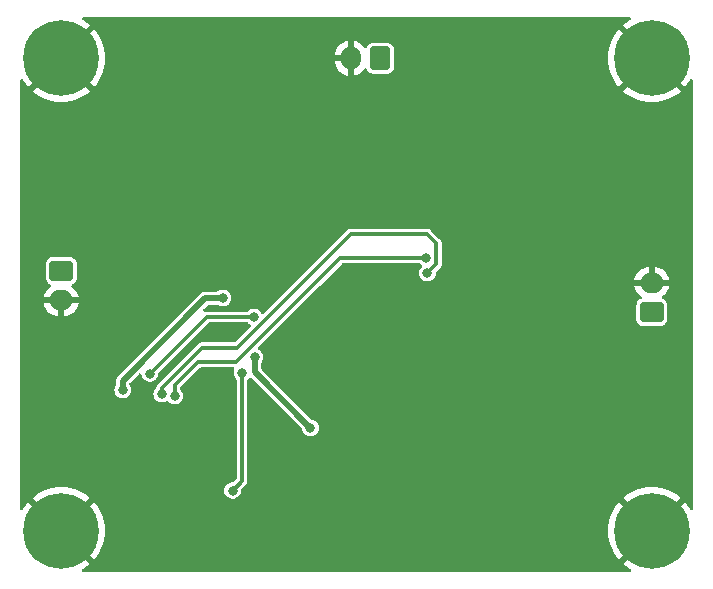
<source format=gbr>
%TF.GenerationSoftware,KiCad,Pcbnew,7.0.10-7.0.10~ubuntu22.04.1*%
%TF.CreationDate,2024-02-27T10:58:37+01:00*%
%TF.ProjectId,KiCAD,4b694341-442e-46b6-9963-61645f706362,rev?*%
%TF.SameCoordinates,Original*%
%TF.FileFunction,Copper,L2,Bot*%
%TF.FilePolarity,Positive*%
%FSLAX46Y46*%
G04 Gerber Fmt 4.6, Leading zero omitted, Abs format (unit mm)*
G04 Created by KiCad (PCBNEW 7.0.10-7.0.10~ubuntu22.04.1) date 2024-02-27 10:58:37*
%MOMM*%
%LPD*%
G01*
G04 APERTURE LIST*
G04 Aperture macros list*
%AMRoundRect*
0 Rectangle with rounded corners*
0 $1 Rounding radius*
0 $2 $3 $4 $5 $6 $7 $8 $9 X,Y pos of 4 corners*
0 Add a 4 corners polygon primitive as box body*
4,1,4,$2,$3,$4,$5,$6,$7,$8,$9,$2,$3,0*
0 Add four circle primitives for the rounded corners*
1,1,$1+$1,$2,$3*
1,1,$1+$1,$4,$5*
1,1,$1+$1,$6,$7*
1,1,$1+$1,$8,$9*
0 Add four rect primitives between the rounded corners*
20,1,$1+$1,$2,$3,$4,$5,0*
20,1,$1+$1,$4,$5,$6,$7,0*
20,1,$1+$1,$6,$7,$8,$9,0*
20,1,$1+$1,$8,$9,$2,$3,0*%
G04 Aperture macros list end*
%TA.AperFunction,ComponentPad*%
%ADD10C,6.400000*%
%TD*%
%TA.AperFunction,ComponentPad*%
%ADD11RoundRect,0.250000X-0.750000X0.600000X-0.750000X-0.600000X0.750000X-0.600000X0.750000X0.600000X0*%
%TD*%
%TA.AperFunction,ComponentPad*%
%ADD12O,2.000000X1.700000*%
%TD*%
%TA.AperFunction,ComponentPad*%
%ADD13RoundRect,0.250000X0.750000X-0.600000X0.750000X0.600000X-0.750000X0.600000X-0.750000X-0.600000X0*%
%TD*%
%TA.AperFunction,ComponentPad*%
%ADD14RoundRect,0.250000X0.600000X0.750000X-0.600000X0.750000X-0.600000X-0.750000X0.600000X-0.750000X0*%
%TD*%
%TA.AperFunction,ComponentPad*%
%ADD15O,1.700000X2.000000*%
%TD*%
%TA.AperFunction,ViaPad*%
%ADD16C,0.800000*%
%TD*%
%TA.AperFunction,Conductor*%
%ADD17C,0.300000*%
%TD*%
%TA.AperFunction,Conductor*%
%ADD18C,0.500000*%
%TD*%
G04 APERTURE END LIST*
D10*
%TO.P,H1,1,1*%
%TO.N,GND*%
X80000000Y-40000000D03*
%TD*%
%TO.P,H4,1,1*%
%TO.N,GND*%
X130000000Y-80000000D03*
%TD*%
D11*
%TO.P,J3,1,Pin_1*%
%TO.N,ADC_IN1*%
X80000000Y-58000000D03*
D12*
%TO.P,J3,2,Pin_2*%
%TO.N,GND*%
X80000000Y-60500000D03*
%TD*%
D13*
%TO.P,J4,1,Pin_1*%
%TO.N,DAC_OUT*%
X130000000Y-61500000D03*
D12*
%TO.P,J4,2,Pin_2*%
%TO.N,GND*%
X130000000Y-59000000D03*
%TD*%
D14*
%TO.P,J2,1,Pin_1*%
%TO.N,+5V*%
X107000000Y-40000000D03*
D15*
%TO.P,J2,2,Pin_2*%
%TO.N,GND*%
X104500000Y-40000000D03*
%TD*%
D10*
%TO.P,H2,1,1*%
%TO.N,GND*%
X80000000Y-80000000D03*
%TD*%
%TO.P,H3,1,1*%
%TO.N,GND*%
X130000000Y-40000000D03*
%TD*%
D16*
%TO.N,GND*%
X99100000Y-58600000D03*
%TO.N,+3.3V*%
X93700000Y-60300000D03*
X85200000Y-68100000D03*
%TO.N,NRST*%
X96300000Y-61900000D03*
X87498959Y-66701041D03*
%TO.N,SWCLK*%
X110900000Y-56900000D03*
%TO.N,SWDIO*%
X111000000Y-58200000D03*
X88512155Y-68436912D03*
%TO.N,SWCLK*%
X89600000Y-68600000D03*
%TO.N,USART2_RX*%
X94500000Y-76600000D03*
X95300000Y-66650000D03*
%TO.N,+3.3VA*%
X101100000Y-71300000D03*
X96400000Y-65300000D03*
%TD*%
D17*
%TO.N,SWDIO*%
X111000000Y-58200000D02*
X111750000Y-57450000D01*
X94902082Y-64500000D02*
X91951472Y-64500000D01*
X91951472Y-64500000D02*
X88512155Y-67939317D01*
X111750000Y-57450000D02*
X111750000Y-55650000D01*
X104502082Y-54900000D02*
X94902082Y-64500000D01*
X88512155Y-67939317D02*
X88512155Y-68436912D01*
X111750000Y-55650000D02*
X111000000Y-54900000D01*
X111000000Y-54900000D02*
X104502082Y-54900000D01*
D18*
%TO.N,+3.3V*%
X92200000Y-60300000D02*
X93700000Y-60300000D01*
X85200000Y-68100000D02*
X85200000Y-67300000D01*
X85200000Y-67300000D02*
X92200000Y-60300000D01*
D17*
%TO.N,SWCLK*%
X110900000Y-56900000D02*
X103600000Y-56900000D01*
X103600000Y-56900000D02*
X96050000Y-64450000D01*
X96050000Y-64450000D02*
X96047918Y-64450000D01*
X96047918Y-64450000D02*
X95550000Y-64947918D01*
X94800000Y-65700000D02*
X91600000Y-65700000D01*
X95550000Y-64947918D02*
X95550000Y-64950000D01*
X95550000Y-64950000D02*
X94800000Y-65700000D01*
X91600000Y-65700000D02*
X89600000Y-67700000D01*
X89600000Y-67700000D02*
X89600000Y-68600000D01*
%TO.N,NRST*%
X92300000Y-61900000D02*
X96300000Y-61900000D01*
X87498959Y-66701041D02*
X92300000Y-61900000D01*
%TO.N,USART2_RX*%
X95300000Y-75800000D02*
X94500000Y-76600000D01*
X95300000Y-66650000D02*
X95300000Y-75800000D01*
D18*
%TO.N,+3.3VA*%
X96400000Y-66600000D02*
X101100000Y-71300000D01*
X96400000Y-65300000D02*
X96400000Y-66600000D01*
%TD*%
%TA.AperFunction,Conductor*%
%TO.N,GND*%
G36*
X128172074Y-36520462D02*
G01*
X128226612Y-36575000D01*
X128246574Y-36649500D01*
X128226612Y-36724000D01*
X128172074Y-36778538D01*
X128165217Y-36782261D01*
X128147466Y-36791304D01*
X128147454Y-36791311D01*
X127822210Y-37002528D01*
X127564649Y-37211095D01*
X127564648Y-37211095D01*
X129055819Y-38702266D01*
X128865130Y-38865130D01*
X128702266Y-39055819D01*
X127211095Y-37564648D01*
X127211095Y-37564649D01*
X127002528Y-37822210D01*
X126791311Y-38147454D01*
X126791300Y-38147474D01*
X126615248Y-38492998D01*
X126615237Y-38493022D01*
X126476266Y-38855052D01*
X126476259Y-38855072D01*
X126375889Y-39229661D01*
X126375888Y-39229664D01*
X126315218Y-39612719D01*
X126294922Y-40000000D01*
X126315218Y-40387280D01*
X126375888Y-40770335D01*
X126375889Y-40770338D01*
X126476259Y-41144927D01*
X126476266Y-41144947D01*
X126615237Y-41506977D01*
X126615248Y-41507001D01*
X126791300Y-41852525D01*
X126791311Y-41852545D01*
X127002528Y-42177789D01*
X127211096Y-42435350D01*
X128702265Y-40944179D01*
X128865130Y-41134870D01*
X129055819Y-41297733D01*
X127564649Y-42788903D01*
X127822213Y-42997473D01*
X127822215Y-42997475D01*
X128147454Y-43208688D01*
X128147474Y-43208699D01*
X128492998Y-43384751D01*
X128493022Y-43384762D01*
X128855052Y-43523733D01*
X128855072Y-43523740D01*
X129229661Y-43624110D01*
X129229664Y-43624111D01*
X129612719Y-43684781D01*
X130000000Y-43705077D01*
X130387280Y-43684781D01*
X130770335Y-43624111D01*
X130770338Y-43624110D01*
X131144927Y-43523740D01*
X131144947Y-43523733D01*
X131506977Y-43384762D01*
X131507001Y-43384751D01*
X131852525Y-43208699D01*
X131852545Y-43208688D01*
X132177785Y-42997474D01*
X132435349Y-42788902D01*
X130944180Y-41297733D01*
X131134870Y-41134870D01*
X131297733Y-40944180D01*
X132788902Y-42435349D01*
X132997474Y-42177785D01*
X133208688Y-41852545D01*
X133208695Y-41852533D01*
X133217739Y-41834783D01*
X133269348Y-41777465D01*
X133342700Y-41753630D01*
X133418143Y-41769665D01*
X133475461Y-41821274D01*
X133499296Y-41894626D01*
X133499500Y-41902426D01*
X133499500Y-78097573D01*
X133479538Y-78172073D01*
X133425000Y-78226611D01*
X133350500Y-78246573D01*
X133276000Y-78226611D01*
X133221462Y-78172073D01*
X133217741Y-78165219D01*
X133208699Y-78147475D01*
X133208688Y-78147454D01*
X132997475Y-77822215D01*
X132997473Y-77822213D01*
X132788903Y-77564649D01*
X131297733Y-79055819D01*
X131134870Y-78865130D01*
X130944179Y-78702265D01*
X132435350Y-77211096D01*
X132177789Y-77002528D01*
X131852545Y-76791311D01*
X131852525Y-76791300D01*
X131507001Y-76615248D01*
X131506977Y-76615237D01*
X131144947Y-76476266D01*
X131144927Y-76476259D01*
X130770338Y-76375889D01*
X130770335Y-76375888D01*
X130387280Y-76315218D01*
X130000000Y-76294922D01*
X129612719Y-76315218D01*
X129229664Y-76375888D01*
X129229661Y-76375889D01*
X128855072Y-76476259D01*
X128855052Y-76476266D01*
X128493022Y-76615237D01*
X128492998Y-76615248D01*
X128147474Y-76791300D01*
X128147454Y-76791311D01*
X127822210Y-77002528D01*
X127564649Y-77211095D01*
X127564648Y-77211095D01*
X129055819Y-78702266D01*
X128865130Y-78865130D01*
X128702266Y-79055819D01*
X127211095Y-77564648D01*
X127211095Y-77564649D01*
X127002528Y-77822210D01*
X126791311Y-78147454D01*
X126791300Y-78147474D01*
X126615248Y-78492998D01*
X126615237Y-78493022D01*
X126476266Y-78855052D01*
X126476259Y-78855072D01*
X126375889Y-79229661D01*
X126375888Y-79229664D01*
X126315218Y-79612719D01*
X126294922Y-80000000D01*
X126315218Y-80387280D01*
X126375888Y-80770335D01*
X126375889Y-80770338D01*
X126476259Y-81144927D01*
X126476266Y-81144947D01*
X126615237Y-81506977D01*
X126615248Y-81507001D01*
X126791300Y-81852525D01*
X126791311Y-81852545D01*
X127002528Y-82177789D01*
X127211096Y-82435350D01*
X128702265Y-80944179D01*
X128865130Y-81134870D01*
X129055819Y-81297733D01*
X127564649Y-82788903D01*
X127822213Y-82997473D01*
X127822215Y-82997475D01*
X128147454Y-83208688D01*
X128147466Y-83208695D01*
X128165217Y-83217739D01*
X128222535Y-83269348D01*
X128246370Y-83342700D01*
X128230335Y-83418143D01*
X128178726Y-83475461D01*
X128105374Y-83499296D01*
X128097574Y-83499500D01*
X81902426Y-83499500D01*
X81827926Y-83479538D01*
X81773388Y-83425000D01*
X81753426Y-83350500D01*
X81773388Y-83276000D01*
X81827926Y-83221462D01*
X81834783Y-83217739D01*
X81852533Y-83208695D01*
X81852545Y-83208688D01*
X82177785Y-82997474D01*
X82435349Y-82788902D01*
X80944180Y-81297733D01*
X81134870Y-81134870D01*
X81297733Y-80944180D01*
X82788902Y-82435349D01*
X82997474Y-82177785D01*
X83208688Y-81852545D01*
X83208699Y-81852525D01*
X83384751Y-81507001D01*
X83384762Y-81506977D01*
X83523733Y-81144947D01*
X83523740Y-81144927D01*
X83624110Y-80770338D01*
X83624111Y-80770335D01*
X83684781Y-80387280D01*
X83705077Y-80000000D01*
X83684781Y-79612719D01*
X83624111Y-79229664D01*
X83624110Y-79229661D01*
X83523740Y-78855072D01*
X83523733Y-78855052D01*
X83384762Y-78493022D01*
X83384751Y-78492998D01*
X83208699Y-78147474D01*
X83208688Y-78147454D01*
X82997475Y-77822215D01*
X82997473Y-77822213D01*
X82788903Y-77564649D01*
X81297733Y-79055818D01*
X81134870Y-78865130D01*
X80944179Y-78702265D01*
X82435350Y-77211096D01*
X82177789Y-77002528D01*
X81852545Y-76791311D01*
X81852525Y-76791300D01*
X81507001Y-76615248D01*
X81506977Y-76615237D01*
X81144947Y-76476266D01*
X81144927Y-76476259D01*
X80770338Y-76375889D01*
X80770335Y-76375888D01*
X80387280Y-76315218D01*
X80000000Y-76294922D01*
X79612719Y-76315218D01*
X79229664Y-76375888D01*
X79229661Y-76375889D01*
X78855072Y-76476259D01*
X78855052Y-76476266D01*
X78493022Y-76615237D01*
X78492998Y-76615248D01*
X78147474Y-76791300D01*
X78147454Y-76791311D01*
X77822210Y-77002528D01*
X77564649Y-77211095D01*
X77564648Y-77211095D01*
X79055819Y-78702266D01*
X78865130Y-78865130D01*
X78702266Y-79055819D01*
X77211095Y-77564648D01*
X77211095Y-77564649D01*
X77002528Y-77822210D01*
X76791311Y-78147454D01*
X76791300Y-78147475D01*
X76782259Y-78165219D01*
X76730650Y-78222536D01*
X76657297Y-78246369D01*
X76581854Y-78230332D01*
X76524537Y-78178723D01*
X76500704Y-78105370D01*
X76500500Y-78097573D01*
X76500500Y-68100000D01*
X84494355Y-68100000D01*
X84514860Y-68268874D01*
X84575181Y-68427929D01*
X84575182Y-68427930D01*
X84671817Y-68567929D01*
X84671819Y-68567930D01*
X84671820Y-68567932D01*
X84799146Y-68680732D01*
X84799148Y-68680734D01*
X84949775Y-68759790D01*
X85114944Y-68800500D01*
X85285056Y-68800500D01*
X85450225Y-68759790D01*
X85600852Y-68680734D01*
X85728183Y-68567929D01*
X85824818Y-68427930D01*
X85885140Y-68268872D01*
X85905645Y-68100000D01*
X85885140Y-67931128D01*
X85883097Y-67925742D01*
X85824817Y-67772068D01*
X85776875Y-67702611D01*
X85750983Y-67629959D01*
X85750500Y-67617970D01*
X85750500Y-67589742D01*
X85770462Y-67515242D01*
X85794137Y-67484387D01*
X86553561Y-66724963D01*
X86620353Y-66686401D01*
X86697481Y-66686401D01*
X86764276Y-66724965D01*
X86802840Y-66791760D01*
X86806830Y-66812362D01*
X86813818Y-66869912D01*
X86874140Y-67028970D01*
X86874141Y-67028971D01*
X86970776Y-67168970D01*
X86970778Y-67168971D01*
X86970779Y-67168973D01*
X87013279Y-67206624D01*
X87086820Y-67271776D01*
X87098105Y-67281773D01*
X87098107Y-67281775D01*
X87248734Y-67360831D01*
X87413903Y-67401541D01*
X87584015Y-67401541D01*
X87749184Y-67360831D01*
X87899811Y-67281775D01*
X88027142Y-67168970D01*
X88123777Y-67028971D01*
X88184099Y-66869913D01*
X88204604Y-66701041D01*
X88204604Y-66701037D01*
X88204604Y-66694217D01*
X88224566Y-66619717D01*
X88248245Y-66588858D01*
X92442962Y-62394141D01*
X92509757Y-62355577D01*
X92548321Y-62350500D01*
X95695636Y-62350500D01*
X95770136Y-62370462D01*
X95794440Y-62387971D01*
X95899148Y-62480734D01*
X95972393Y-62519176D01*
X96029083Y-62571473D01*
X96052029Y-62645109D01*
X96035083Y-62720352D01*
X96008509Y-62756468D01*
X94759120Y-64005859D01*
X94692325Y-64044423D01*
X94653761Y-64049500D01*
X91985139Y-64049500D01*
X91968457Y-64048563D01*
X91934440Y-64044730D01*
X91934432Y-64044730D01*
X91878727Y-64055269D01*
X91873242Y-64056201D01*
X91817185Y-64064651D01*
X91809006Y-64067173D01*
X91801000Y-64069975D01*
X91750848Y-64096481D01*
X91745878Y-64098990D01*
X91694829Y-64123574D01*
X91687797Y-64128368D01*
X91680933Y-64133435D01*
X91640856Y-64173511D01*
X91636848Y-64177372D01*
X91595278Y-64215944D01*
X91588315Y-64224676D01*
X91587379Y-64223929D01*
X91577113Y-64237254D01*
X88217408Y-67596959D01*
X88204952Y-67608090D01*
X88178185Y-67629436D01*
X88146243Y-67676286D01*
X88143021Y-67680826D01*
X88109361Y-67726434D01*
X88105376Y-67733974D01*
X88101682Y-67741645D01*
X88084968Y-67795831D01*
X88083227Y-67801122D01*
X88064508Y-67854618D01*
X88064199Y-67856253D01*
X88063239Y-67858246D01*
X88060822Y-67865154D01*
X88060043Y-67864881D01*
X88030732Y-67925742D01*
X88016603Y-67940074D01*
X87983975Y-67968979D01*
X87983972Y-67968983D01*
X87887336Y-68108982D01*
X87827015Y-68268037D01*
X87806510Y-68436912D01*
X87827015Y-68605786D01*
X87887336Y-68764841D01*
X87890120Y-68768874D01*
X87983972Y-68904841D01*
X87983974Y-68904842D01*
X87983975Y-68904844D01*
X88111301Y-69017644D01*
X88111303Y-69017646D01*
X88261930Y-69096702D01*
X88427099Y-69137412D01*
X88597211Y-69137412D01*
X88762380Y-69096702D01*
X88887639Y-69030959D01*
X88962883Y-69014013D01*
X89036518Y-69036958D01*
X89068407Y-69064081D01*
X89071815Y-69067928D01*
X89199146Y-69180732D01*
X89199148Y-69180734D01*
X89349775Y-69259790D01*
X89514944Y-69300500D01*
X89685056Y-69300500D01*
X89850225Y-69259790D01*
X90000852Y-69180734D01*
X90128183Y-69067929D01*
X90224818Y-68927930D01*
X90285140Y-68768872D01*
X90305645Y-68600000D01*
X90285140Y-68431128D01*
X90224818Y-68272070D01*
X90128183Y-68132071D01*
X90100693Y-68107717D01*
X90058168Y-68043373D01*
X90050500Y-67996190D01*
X90050500Y-67948321D01*
X90070462Y-67873821D01*
X90094141Y-67842962D01*
X91742962Y-66194141D01*
X91809757Y-66155577D01*
X91848321Y-66150500D01*
X94524386Y-66150500D01*
X94598886Y-66170462D01*
X94653424Y-66225000D01*
X94673386Y-66299500D01*
X94663704Y-66352336D01*
X94614860Y-66481125D01*
X94594355Y-66650000D01*
X94614860Y-66818874D01*
X94671912Y-66969308D01*
X94675182Y-66977930D01*
X94771817Y-67117929D01*
X94779011Y-67124302D01*
X94799304Y-67142280D01*
X94841831Y-67206624D01*
X94849500Y-67253809D01*
X94849500Y-75551678D01*
X94829538Y-75626178D01*
X94805859Y-75657037D01*
X94607038Y-75855859D01*
X94540243Y-75894423D01*
X94501679Y-75899500D01*
X94414944Y-75899500D01*
X94249775Y-75940209D01*
X94099145Y-76019267D01*
X93971820Y-76132067D01*
X93971817Y-76132071D01*
X93875181Y-76272070D01*
X93814860Y-76431125D01*
X93794355Y-76600000D01*
X93814860Y-76768874D01*
X93875181Y-76927929D01*
X93875182Y-76927930D01*
X93971817Y-77067929D01*
X93971819Y-77067930D01*
X93971820Y-77067932D01*
X94099146Y-77180732D01*
X94099148Y-77180734D01*
X94249775Y-77259790D01*
X94414944Y-77300500D01*
X94585056Y-77300500D01*
X94750225Y-77259790D01*
X94900852Y-77180734D01*
X95028183Y-77067929D01*
X95124818Y-76927930D01*
X95185140Y-76768872D01*
X95205645Y-76600000D01*
X95205645Y-76599996D01*
X95205645Y-76593175D01*
X95225607Y-76518675D01*
X95249286Y-76487816D01*
X95421884Y-76315218D01*
X95594754Y-76142347D01*
X95607193Y-76131232D01*
X95633970Y-76109879D01*
X95665939Y-76062988D01*
X95669108Y-76058521D01*
X95702793Y-76012882D01*
X95702794Y-76012880D01*
X95706774Y-76005350D01*
X95710467Y-75997680D01*
X95710472Y-75997673D01*
X95727185Y-75943488D01*
X95728928Y-75938189D01*
X95747646Y-75884699D01*
X95747646Y-75884696D01*
X95749227Y-75876341D01*
X95750500Y-75867900D01*
X95750500Y-75811234D01*
X95750604Y-75805663D01*
X95750658Y-75804212D01*
X95752725Y-75748990D01*
X95752724Y-75748985D01*
X95751475Y-75737892D01*
X95752693Y-75737754D01*
X95750500Y-75721070D01*
X95750500Y-67253809D01*
X95770462Y-67179309D01*
X95800696Y-67142280D01*
X95801452Y-67141609D01*
X95828183Y-67117929D01*
X95853716Y-67080938D01*
X95912464Y-67030968D01*
X95988329Y-67017065D01*
X96060981Y-67042957D01*
X96081698Y-67060223D01*
X100368070Y-71346595D01*
X100406634Y-71413390D01*
X100410624Y-71433992D01*
X100414859Y-71468867D01*
X100414859Y-71468870D01*
X100414860Y-71468872D01*
X100475182Y-71627930D01*
X100571817Y-71767929D01*
X100571819Y-71767930D01*
X100571820Y-71767932D01*
X100699146Y-71880732D01*
X100699148Y-71880734D01*
X100849775Y-71959790D01*
X101014944Y-72000500D01*
X101185056Y-72000500D01*
X101350225Y-71959790D01*
X101500852Y-71880734D01*
X101628183Y-71767929D01*
X101724818Y-71627930D01*
X101785140Y-71468872D01*
X101805645Y-71300000D01*
X101785140Y-71131128D01*
X101724818Y-70972070D01*
X101628183Y-70832071D01*
X101628180Y-70832068D01*
X101628179Y-70832067D01*
X101500853Y-70719267D01*
X101500854Y-70719267D01*
X101350224Y-70640209D01*
X101216055Y-70607140D01*
X101148497Y-70569929D01*
X101146354Y-70567829D01*
X96994141Y-66415616D01*
X96955577Y-66348821D01*
X96950500Y-66310257D01*
X96950500Y-65782027D01*
X96970462Y-65707527D01*
X96976866Y-65697398D01*
X97024818Y-65627930D01*
X97085140Y-65468872D01*
X97105645Y-65300000D01*
X97085140Y-65131128D01*
X97073524Y-65100500D01*
X97024818Y-64972070D01*
X97009929Y-64950500D01*
X96928183Y-64832071D01*
X96928180Y-64832068D01*
X96928179Y-64832067D01*
X96800853Y-64719267D01*
X96800851Y-64719265D01*
X96728969Y-64681538D01*
X96672280Y-64629241D01*
X96649335Y-64555605D01*
X96666282Y-64480361D01*
X96692852Y-64444250D01*
X101887103Y-59250000D01*
X128519364Y-59250000D01*
X128576568Y-59463487D01*
X128676402Y-59677580D01*
X128811891Y-59871079D01*
X128978920Y-60038108D01*
X129096332Y-60120321D01*
X129145909Y-60179405D01*
X129159302Y-60255361D01*
X129132923Y-60327838D01*
X129073839Y-60377415D01*
X129065531Y-60380986D01*
X128977658Y-60415638D01*
X128977658Y-60415639D01*
X128857079Y-60507076D01*
X128857076Y-60507079D01*
X128765639Y-60627658D01*
X128765638Y-60627658D01*
X128710122Y-60768436D01*
X128699500Y-60856894D01*
X128699500Y-62143105D01*
X128710122Y-62231563D01*
X128765638Y-62372341D01*
X128847835Y-62480734D01*
X128857078Y-62492922D01*
X128977658Y-62584361D01*
X129118436Y-62639877D01*
X129206898Y-62650500D01*
X129206899Y-62650500D01*
X130793101Y-62650500D01*
X130793102Y-62650500D01*
X130881564Y-62639877D01*
X131022342Y-62584361D01*
X131142922Y-62492922D01*
X131234361Y-62372342D01*
X131289877Y-62231564D01*
X131300500Y-62143102D01*
X131300500Y-60856898D01*
X131289877Y-60768436D01*
X131234361Y-60627658D01*
X131142922Y-60507078D01*
X131142920Y-60507076D01*
X131092540Y-60468872D01*
X131022342Y-60415639D01*
X131022339Y-60415638D01*
X131022338Y-60415637D01*
X130934469Y-60380986D01*
X130872486Y-60335085D01*
X130841758Y-60264342D01*
X130850519Y-60187714D01*
X130896420Y-60125731D01*
X130903667Y-60120321D01*
X131021080Y-60038107D01*
X131188111Y-59871076D01*
X131323593Y-59677588D01*
X131323599Y-59677579D01*
X131423430Y-59463491D01*
X131423431Y-59463489D01*
X131480636Y-59250000D01*
X130433686Y-59250000D01*
X130459493Y-59209844D01*
X130500000Y-59071889D01*
X130500000Y-58928111D01*
X130459493Y-58790156D01*
X130433686Y-58750000D01*
X131480636Y-58750000D01*
X131480635Y-58749999D01*
X131423431Y-58536512D01*
X131323597Y-58322419D01*
X131188108Y-58128920D01*
X131021079Y-57961891D01*
X130827580Y-57826402D01*
X130613487Y-57726568D01*
X130385324Y-57665431D01*
X130385318Y-57665430D01*
X130250000Y-57653591D01*
X130250000Y-58564498D01*
X130142315Y-58515320D01*
X130035763Y-58500000D01*
X129964237Y-58500000D01*
X129857685Y-58515320D01*
X129750000Y-58564498D01*
X129750000Y-57653591D01*
X129614681Y-57665430D01*
X129614675Y-57665431D01*
X129386512Y-57726568D01*
X129172419Y-57826402D01*
X128978920Y-57961891D01*
X128811888Y-58128923D01*
X128676406Y-58322411D01*
X128676400Y-58322420D01*
X128576569Y-58536508D01*
X128576568Y-58536510D01*
X128519364Y-58749999D01*
X128519364Y-58750000D01*
X129566314Y-58750000D01*
X129540507Y-58790156D01*
X129500000Y-58928111D01*
X129500000Y-59071889D01*
X129540507Y-59209844D01*
X129566314Y-59250000D01*
X128519364Y-59250000D01*
X101887103Y-59250000D01*
X103742963Y-57394141D01*
X103809758Y-57355577D01*
X103848322Y-57350500D01*
X110295636Y-57350500D01*
X110370136Y-57370462D01*
X110394436Y-57387967D01*
X110477118Y-57461217D01*
X110501444Y-57482768D01*
X110543970Y-57547113D01*
X110548627Y-57624100D01*
X110514166Y-57693102D01*
X110501444Y-57705824D01*
X110471817Y-57732071D01*
X110375181Y-57872070D01*
X110314860Y-58031125D01*
X110294355Y-58200000D01*
X110314860Y-58368874D01*
X110375181Y-58527929D01*
X110375182Y-58527930D01*
X110471817Y-58667929D01*
X110471819Y-58667930D01*
X110471820Y-58667932D01*
X110599146Y-58780732D01*
X110599148Y-58780734D01*
X110749775Y-58859790D01*
X110914944Y-58900500D01*
X111085056Y-58900500D01*
X111250225Y-58859790D01*
X111400852Y-58780734D01*
X111528183Y-58667929D01*
X111624818Y-58527930D01*
X111685140Y-58368872D01*
X111705645Y-58200000D01*
X111705645Y-58199996D01*
X111705645Y-58193175D01*
X111725607Y-58118675D01*
X111749286Y-58087816D01*
X111875211Y-57961891D01*
X112044754Y-57792347D01*
X112057193Y-57781232D01*
X112083970Y-57759879D01*
X112115939Y-57712988D01*
X112119108Y-57708521D01*
X112152793Y-57662882D01*
X112152794Y-57662880D01*
X112156774Y-57655350D01*
X112160467Y-57647680D01*
X112160472Y-57647673D01*
X112177185Y-57593488D01*
X112178928Y-57588189D01*
X112197646Y-57534699D01*
X112197646Y-57534696D01*
X112199227Y-57526339D01*
X112200500Y-57517899D01*
X112200500Y-57461217D01*
X112200604Y-57455647D01*
X112200631Y-57454904D01*
X112202724Y-57398990D01*
X112202722Y-57398985D01*
X112201474Y-57387897D01*
X112202682Y-57387760D01*
X112200500Y-57371076D01*
X112200500Y-55683666D01*
X112201437Y-55666984D01*
X112201503Y-55666397D01*
X112205270Y-55632965D01*
X112194726Y-55577243D01*
X112193796Y-55571766D01*
X112185349Y-55515716D01*
X112182830Y-55507552D01*
X112180023Y-55499532D01*
X112180023Y-55499528D01*
X112153522Y-55449388D01*
X112151021Y-55444434D01*
X112126425Y-55393358D01*
X112126424Y-55393357D01*
X112126424Y-55393356D01*
X112121622Y-55386314D01*
X112116567Y-55379464D01*
X112076478Y-55339375D01*
X112072639Y-55335390D01*
X112034055Y-55293806D01*
X112034052Y-55293804D01*
X112025327Y-55286846D01*
X112026086Y-55285894D01*
X112012742Y-55275639D01*
X111342358Y-54605255D01*
X111331224Y-54592796D01*
X111317417Y-54575483D01*
X111309879Y-54566030D01*
X111263026Y-54534086D01*
X111258489Y-54530866D01*
X111212883Y-54497207D01*
X111205324Y-54493212D01*
X111197671Y-54489527D01*
X111143501Y-54472818D01*
X111138208Y-54471077D01*
X111084700Y-54452354D01*
X111076330Y-54450770D01*
X111067902Y-54449500D01*
X111067901Y-54449500D01*
X111011217Y-54449500D01*
X111005647Y-54449396D01*
X111001632Y-54449245D01*
X110948990Y-54447276D01*
X110948989Y-54447276D01*
X110948985Y-54447276D01*
X110937891Y-54448526D01*
X110937753Y-54447302D01*
X110921073Y-54449500D01*
X104535749Y-54449500D01*
X104519067Y-54448563D01*
X104485050Y-54444730D01*
X104485043Y-54444730D01*
X104429333Y-54455270D01*
X104423845Y-54456202D01*
X104367800Y-54464650D01*
X104359643Y-54467165D01*
X104351609Y-54469977D01*
X104301469Y-54496477D01*
X104296497Y-54498987D01*
X104245441Y-54523574D01*
X104238400Y-54528374D01*
X104231545Y-54533434D01*
X104191466Y-54573511D01*
X104187459Y-54577371D01*
X104145888Y-54615944D01*
X104138925Y-54624676D01*
X104137989Y-54623929D01*
X104127723Y-54637254D01*
X97160279Y-61604698D01*
X97093484Y-61643262D01*
X97016356Y-61643262D01*
X96949561Y-61604698D01*
X96930650Y-61578996D01*
X96929938Y-61579488D01*
X96924818Y-61572070D01*
X96828183Y-61432071D01*
X96828180Y-61432068D01*
X96828179Y-61432067D01*
X96700853Y-61319267D01*
X96700854Y-61319267D01*
X96550224Y-61240209D01*
X96385056Y-61199500D01*
X96214944Y-61199500D01*
X96049775Y-61240209D01*
X95899145Y-61319267D01*
X95794441Y-61412028D01*
X95725440Y-61446489D01*
X95695636Y-61449500D01*
X92333667Y-61449500D01*
X92316985Y-61448563D01*
X92282968Y-61444730D01*
X92282961Y-61444730D01*
X92227251Y-61455270D01*
X92221762Y-61456203D01*
X92199179Y-61459607D01*
X92122536Y-61450972D01*
X92060479Y-61405172D01*
X92029635Y-61334479D01*
X92038270Y-61257836D01*
X92071610Y-61206914D01*
X92384384Y-60894141D01*
X92451179Y-60855577D01*
X92489743Y-60850500D01*
X93208917Y-60850500D01*
X93283417Y-60870462D01*
X93293563Y-60876878D01*
X93299146Y-60880732D01*
X93299148Y-60880734D01*
X93449775Y-60959790D01*
X93614944Y-61000500D01*
X93785056Y-61000500D01*
X93950225Y-60959790D01*
X94100852Y-60880734D01*
X94228183Y-60767929D01*
X94324818Y-60627930D01*
X94385140Y-60468872D01*
X94405645Y-60300000D01*
X94385140Y-60131128D01*
X94381041Y-60120321D01*
X94324818Y-59972070D01*
X94289375Y-59920723D01*
X94228183Y-59832071D01*
X94228180Y-59832068D01*
X94228179Y-59832067D01*
X94126318Y-59741827D01*
X94100853Y-59719267D01*
X94100854Y-59719267D01*
X93950224Y-59640209D01*
X93785056Y-59599500D01*
X93614944Y-59599500D01*
X93449775Y-59640209D01*
X93299150Y-59719264D01*
X93293563Y-59723122D01*
X93220911Y-59749016D01*
X93208917Y-59749500D01*
X92211936Y-59749500D01*
X92206850Y-59749413D01*
X92204680Y-59749338D01*
X92143172Y-59747237D01*
X92143171Y-59747237D01*
X92104500Y-59756661D01*
X92089517Y-59759509D01*
X92050079Y-59764930D01*
X92035575Y-59771230D01*
X92011503Y-59779324D01*
X91996148Y-59783067D01*
X91996146Y-59783067D01*
X91996146Y-59783068D01*
X91961445Y-59802578D01*
X91947789Y-59809361D01*
X91911278Y-59825221D01*
X91899017Y-59835196D01*
X91878018Y-59849487D01*
X91864243Y-59857232D01*
X91836096Y-59885378D01*
X91824776Y-59895594D01*
X91793892Y-59920721D01*
X91793890Y-59920723D01*
X91784774Y-59933637D01*
X91768410Y-59953063D01*
X84819175Y-66902298D01*
X84815519Y-66905831D01*
X84768957Y-66949318D01*
X84748277Y-66983324D01*
X84739697Y-66995930D01*
X84715639Y-67027656D01*
X84715638Y-67027657D01*
X84709837Y-67042368D01*
X84698543Y-67065108D01*
X84690326Y-67078621D01*
X84690325Y-67078623D01*
X84679586Y-67116949D01*
X84674726Y-67131401D01*
X84660125Y-67168428D01*
X84660123Y-67168437D01*
X84658506Y-67184163D01*
X84653766Y-67209105D01*
X84649500Y-67224334D01*
X84649500Y-67264135D01*
X84648719Y-67279372D01*
X84644648Y-67318972D01*
X84647333Y-67334544D01*
X84649500Y-67359862D01*
X84649500Y-67617970D01*
X84629538Y-67692470D01*
X84623125Y-67702611D01*
X84575182Y-67772068D01*
X84514860Y-67931125D01*
X84494355Y-68100000D01*
X76500500Y-68100000D01*
X76500500Y-60750000D01*
X78519364Y-60750000D01*
X78576568Y-60963487D01*
X78676402Y-61177580D01*
X78811891Y-61371079D01*
X78978920Y-61538108D01*
X79172419Y-61673597D01*
X79386512Y-61773431D01*
X79614678Y-61834568D01*
X79614677Y-61834568D01*
X79749999Y-61846407D01*
X79750000Y-61846407D01*
X79750000Y-60935501D01*
X79857685Y-60984680D01*
X79964237Y-61000000D01*
X80035763Y-61000000D01*
X80142315Y-60984680D01*
X80250000Y-60935501D01*
X80250000Y-61846407D01*
X80385322Y-61834568D01*
X80613487Y-61773431D01*
X80827580Y-61673597D01*
X81021079Y-61538108D01*
X81188111Y-61371076D01*
X81323593Y-61177588D01*
X81323599Y-61177579D01*
X81423430Y-60963491D01*
X81423431Y-60963489D01*
X81480636Y-60750000D01*
X80433686Y-60750000D01*
X80459493Y-60709844D01*
X80500000Y-60571889D01*
X80500000Y-60428111D01*
X80459493Y-60290156D01*
X80433686Y-60250000D01*
X81480636Y-60250000D01*
X81480635Y-60249999D01*
X81423431Y-60036512D01*
X81323597Y-59822419D01*
X81188108Y-59628920D01*
X81021076Y-59461888D01*
X80903667Y-59379677D01*
X80854090Y-59320594D01*
X80840697Y-59244637D01*
X80867077Y-59172161D01*
X80926160Y-59122584D01*
X80934429Y-59119029D01*
X81022342Y-59084361D01*
X81142922Y-58992922D01*
X81234361Y-58872342D01*
X81289877Y-58731564D01*
X81300500Y-58643102D01*
X81300500Y-57356898D01*
X81289877Y-57268436D01*
X81234361Y-57127658D01*
X81142922Y-57007078D01*
X81142920Y-57007076D01*
X81095982Y-56971482D01*
X81022342Y-56915639D01*
X81022341Y-56915638D01*
X80881563Y-56860122D01*
X80793105Y-56849500D01*
X80793102Y-56849500D01*
X79206898Y-56849500D01*
X79206894Y-56849500D01*
X79118436Y-56860122D01*
X78977658Y-56915638D01*
X78977658Y-56915639D01*
X78857079Y-57007076D01*
X78857076Y-57007079D01*
X78765639Y-57127658D01*
X78765638Y-57127658D01*
X78710122Y-57268436D01*
X78699500Y-57356894D01*
X78699500Y-58643105D01*
X78710122Y-58731563D01*
X78765638Y-58872341D01*
X78765639Y-58872342D01*
X78857078Y-58992922D01*
X78977658Y-59084361D01*
X79065534Y-59119015D01*
X79127512Y-59164913D01*
X79158241Y-59235656D01*
X79149481Y-59312285D01*
X79103580Y-59374267D01*
X79096333Y-59379677D01*
X78978921Y-59461890D01*
X78811888Y-59628923D01*
X78676406Y-59822411D01*
X78676400Y-59822420D01*
X78576569Y-60036508D01*
X78576568Y-60036510D01*
X78519364Y-60249999D01*
X78519364Y-60250000D01*
X79566314Y-60250000D01*
X79540507Y-60290156D01*
X79500000Y-60428111D01*
X79500000Y-60571889D01*
X79540507Y-60709844D01*
X79566314Y-60750000D01*
X78519364Y-60750000D01*
X76500500Y-60750000D01*
X76500500Y-41902426D01*
X76520462Y-41827926D01*
X76575000Y-41773388D01*
X76649500Y-41753426D01*
X76724000Y-41773388D01*
X76778538Y-41827926D01*
X76782261Y-41834783D01*
X76791304Y-41852533D01*
X76791311Y-41852545D01*
X77002528Y-42177789D01*
X77211096Y-42435349D01*
X78702266Y-40944179D01*
X78865130Y-41134870D01*
X79055819Y-41297733D01*
X77564649Y-42788903D01*
X77822213Y-42997473D01*
X77822215Y-42997475D01*
X78147454Y-43208688D01*
X78147474Y-43208699D01*
X78492998Y-43384751D01*
X78493022Y-43384762D01*
X78855052Y-43523733D01*
X78855072Y-43523740D01*
X79229661Y-43624110D01*
X79229664Y-43624111D01*
X79612719Y-43684781D01*
X80000000Y-43705077D01*
X80387280Y-43684781D01*
X80770335Y-43624111D01*
X80770338Y-43624110D01*
X81144927Y-43523740D01*
X81144947Y-43523733D01*
X81506977Y-43384762D01*
X81507001Y-43384751D01*
X81852525Y-43208699D01*
X81852545Y-43208688D01*
X82177785Y-42997474D01*
X82435349Y-42788902D01*
X80944180Y-41297733D01*
X81134870Y-41134870D01*
X81297733Y-40944180D01*
X82788902Y-42435349D01*
X82997474Y-42177785D01*
X83208688Y-41852545D01*
X83208699Y-41852525D01*
X83384751Y-41507001D01*
X83384762Y-41506977D01*
X83523733Y-41144947D01*
X83523740Y-41144927D01*
X83624110Y-40770338D01*
X83624111Y-40770335D01*
X83684781Y-40387280D01*
X83691975Y-40250000D01*
X103153592Y-40250000D01*
X103165431Y-40385322D01*
X103226568Y-40613487D01*
X103326402Y-40827580D01*
X103461891Y-41021079D01*
X103628923Y-41188111D01*
X103822411Y-41323593D01*
X103822420Y-41323599D01*
X104036508Y-41423430D01*
X104036513Y-41423432D01*
X104250000Y-41480634D01*
X104250000Y-40435501D01*
X104357685Y-40484680D01*
X104464237Y-40500000D01*
X104535763Y-40500000D01*
X104642315Y-40484680D01*
X104750000Y-40435501D01*
X104750000Y-41480633D01*
X104963486Y-41423432D01*
X105177580Y-41323597D01*
X105371079Y-41188108D01*
X105538107Y-41021080D01*
X105620321Y-40903667D01*
X105679405Y-40854090D01*
X105755361Y-40840697D01*
X105827838Y-40867076D01*
X105877415Y-40926160D01*
X105880986Y-40934469D01*
X105915639Y-41022342D01*
X106007078Y-41142922D01*
X106127658Y-41234361D01*
X106268436Y-41289877D01*
X106356898Y-41300500D01*
X106356899Y-41300500D01*
X107643101Y-41300500D01*
X107643102Y-41300500D01*
X107731564Y-41289877D01*
X107872342Y-41234361D01*
X107992922Y-41142922D01*
X108084361Y-41022342D01*
X108139877Y-40881564D01*
X108150500Y-40793102D01*
X108150500Y-39206898D01*
X108139877Y-39118436D01*
X108084361Y-38977658D01*
X107992922Y-38857078D01*
X107992920Y-38857076D01*
X107933330Y-38811888D01*
X107872342Y-38765639D01*
X107872341Y-38765638D01*
X107731563Y-38710122D01*
X107643105Y-38699500D01*
X107643102Y-38699500D01*
X106356898Y-38699500D01*
X106356894Y-38699500D01*
X106268436Y-38710122D01*
X106127658Y-38765638D01*
X106127658Y-38765639D01*
X106007079Y-38857076D01*
X106007076Y-38857079D01*
X105915639Y-38977658D01*
X105915638Y-38977658D01*
X105880986Y-39065531D01*
X105835085Y-39127513D01*
X105764342Y-39158241D01*
X105687713Y-39149480D01*
X105625731Y-39103579D01*
X105620321Y-39096332D01*
X105538108Y-38978920D01*
X105371076Y-38811888D01*
X105177588Y-38676406D01*
X105177579Y-38676400D01*
X104963491Y-38576569D01*
X104963489Y-38576568D01*
X104750000Y-38519364D01*
X104750000Y-39564498D01*
X104642315Y-39515320D01*
X104535763Y-39500000D01*
X104464237Y-39500000D01*
X104357685Y-39515320D01*
X104250000Y-39564498D01*
X104250000Y-38519364D01*
X104249999Y-38519364D01*
X104036512Y-38576568D01*
X103822419Y-38676402D01*
X103628920Y-38811891D01*
X103461891Y-38978920D01*
X103326402Y-39172419D01*
X103226568Y-39386512D01*
X103165431Y-39614677D01*
X103153592Y-39749999D01*
X103153593Y-39750000D01*
X104066314Y-39750000D01*
X104040507Y-39790156D01*
X104000000Y-39928111D01*
X104000000Y-40071889D01*
X104040507Y-40209844D01*
X104066314Y-40250000D01*
X103153592Y-40250000D01*
X83691975Y-40250000D01*
X83705077Y-40000000D01*
X83684781Y-39612719D01*
X83624111Y-39229664D01*
X83624110Y-39229661D01*
X83523740Y-38855072D01*
X83523733Y-38855052D01*
X83384762Y-38493022D01*
X83384751Y-38492998D01*
X83208699Y-38147474D01*
X83208688Y-38147454D01*
X82997475Y-37822215D01*
X82997473Y-37822213D01*
X82788903Y-37564649D01*
X81297733Y-39055818D01*
X81134870Y-38865130D01*
X80944180Y-38702266D01*
X82435350Y-37211096D01*
X82177789Y-37002528D01*
X81852545Y-36791311D01*
X81852533Y-36791304D01*
X81834783Y-36782261D01*
X81777465Y-36730652D01*
X81753630Y-36657300D01*
X81769665Y-36581857D01*
X81821274Y-36524539D01*
X81894626Y-36500704D01*
X81902426Y-36500500D01*
X128097574Y-36500500D01*
X128172074Y-36520462D01*
G37*
%TD.AperFunction*%
%TD*%
M02*

</source>
